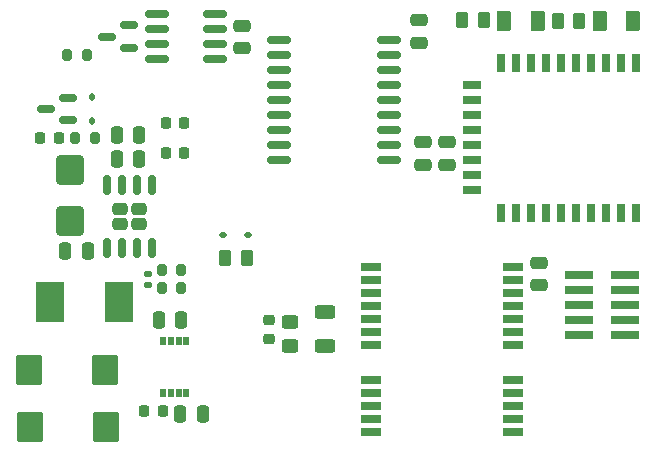
<source format=gbr>
%TF.GenerationSoftware,KiCad,Pcbnew,7.0.6-7.0.6~ubuntu23.04.1*%
%TF.CreationDate,2023-07-25T15:56:09+03:00*%
%TF.ProjectId,nrf52840_dev,6e726635-3238-4343-905f-6465762e6b69,rev?*%
%TF.SameCoordinates,Original*%
%TF.FileFunction,Paste,Top*%
%TF.FilePolarity,Positive*%
%FSLAX46Y46*%
G04 Gerber Fmt 4.6, Leading zero omitted, Abs format (unit mm)*
G04 Created by KiCad (PCBNEW 7.0.6-7.0.6~ubuntu23.04.1) date 2023-07-25 15:56:09*
%MOMM*%
%LPD*%
G01*
G04 APERTURE LIST*
G04 Aperture macros list*
%AMRoundRect*
0 Rectangle with rounded corners*
0 $1 Rounding radius*
0 $2 $3 $4 $5 $6 $7 $8 $9 X,Y pos of 4 corners*
0 Add a 4 corners polygon primitive as box body*
4,1,4,$2,$3,$4,$5,$6,$7,$8,$9,$2,$3,0*
0 Add four circle primitives for the rounded corners*
1,1,$1+$1,$2,$3*
1,1,$1+$1,$4,$5*
1,1,$1+$1,$6,$7*
1,1,$1+$1,$8,$9*
0 Add four rect primitives between the rounded corners*
20,1,$1+$1,$2,$3,$4,$5,0*
20,1,$1+$1,$4,$5,$6,$7,0*
20,1,$1+$1,$6,$7,$8,$9,0*
20,1,$1+$1,$8,$9,$2,$3,0*%
G04 Aperture macros list end*
%ADD10RoundRect,0.250000X-0.475000X0.250000X-0.475000X-0.250000X0.475000X-0.250000X0.475000X0.250000X0*%
%ADD11RoundRect,0.225000X0.225000X0.250000X-0.225000X0.250000X-0.225000X-0.250000X0.225000X-0.250000X0*%
%ADD12R,0.800000X1.500000*%
%ADD13R,1.500000X0.800000*%
%ADD14RoundRect,0.250000X-0.375000X-0.625000X0.375000X-0.625000X0.375000X0.625000X-0.375000X0.625000X0*%
%ADD15RoundRect,0.200000X-0.200000X-0.275000X0.200000X-0.275000X0.200000X0.275000X-0.200000X0.275000X0*%
%ADD16R,0.480000X0.800000*%
%ADD17R,2.400000X0.740000*%
%ADD18RoundRect,0.250000X-0.625000X0.312500X-0.625000X-0.312500X0.625000X-0.312500X0.625000X0.312500X0*%
%ADD19RoundRect,0.250000X0.395000X-0.255000X0.395000X0.255000X-0.395000X0.255000X-0.395000X-0.255000X0*%
%ADD20RoundRect,0.150000X0.150000X-0.662500X0.150000X0.662500X-0.150000X0.662500X-0.150000X-0.662500X0*%
%ADD21RoundRect,0.250000X0.250000X0.475000X-0.250000X0.475000X-0.250000X-0.475000X0.250000X-0.475000X0*%
%ADD22RoundRect,0.112500X0.187500X0.112500X-0.187500X0.112500X-0.187500X-0.112500X0.187500X-0.112500X0*%
%ADD23RoundRect,0.250000X0.875000X1.025000X-0.875000X1.025000X-0.875000X-1.025000X0.875000X-1.025000X0*%
%ADD24RoundRect,0.250000X0.475000X-0.250000X0.475000X0.250000X-0.475000X0.250000X-0.475000X-0.250000X0*%
%ADD25RoundRect,0.250000X0.450000X-0.325000X0.450000X0.325000X-0.450000X0.325000X-0.450000X-0.325000X0*%
%ADD26RoundRect,0.250000X-0.250000X-0.475000X0.250000X-0.475000X0.250000X0.475000X-0.250000X0.475000X0*%
%ADD27RoundRect,0.150000X0.825000X0.150000X-0.825000X0.150000X-0.825000X-0.150000X0.825000X-0.150000X0*%
%ADD28RoundRect,0.225000X-0.250000X0.225000X-0.250000X-0.225000X0.250000X-0.225000X0.250000X0.225000X0*%
%ADD29RoundRect,0.250000X0.262500X0.450000X-0.262500X0.450000X-0.262500X-0.450000X0.262500X-0.450000X0*%
%ADD30R,2.413000X3.429000*%
%ADD31RoundRect,0.150000X0.587500X0.150000X-0.587500X0.150000X-0.587500X-0.150000X0.587500X-0.150000X0*%
%ADD32RoundRect,0.112500X-0.112500X0.187500X-0.112500X-0.187500X0.112500X-0.187500X0.112500X0.187500X0*%
%ADD33RoundRect,0.140000X0.170000X-0.140000X0.170000X0.140000X-0.170000X0.140000X-0.170000X-0.140000X0*%
%ADD34RoundRect,0.250000X-0.900000X1.000000X-0.900000X-1.000000X0.900000X-1.000000X0.900000X1.000000X0*%
%ADD35RoundRect,0.150000X-0.875000X-0.150000X0.875000X-0.150000X0.875000X0.150000X-0.875000X0.150000X0*%
%ADD36R,1.800000X0.750000*%
G04 APERTURE END LIST*
D10*
%TO.C,C2*%
X161670000Y-91850000D03*
X161670000Y-93750000D03*
%TD*%
D11*
%TO.C,C3*%
X139435000Y-92740000D03*
X137885000Y-92740000D03*
%TD*%
D12*
%TO.C,U1*%
X177695000Y-85111000D03*
X176425000Y-85111000D03*
X175155000Y-85111000D03*
X173885000Y-85111000D03*
X172615000Y-85111000D03*
X171345000Y-85111000D03*
X170075000Y-85111000D03*
X168805000Y-85111000D03*
X167535000Y-85111000D03*
X166265000Y-85111000D03*
D13*
X163796000Y-87010000D03*
X163796000Y-88280000D03*
X163796000Y-89550000D03*
X163796000Y-90820000D03*
X163796000Y-92090000D03*
X163796000Y-93360000D03*
X163796000Y-94630000D03*
X163796000Y-95900000D03*
D12*
X166265000Y-97849000D03*
X167535000Y-97849000D03*
X168805000Y-97849000D03*
X170075000Y-97849000D03*
X171345000Y-97849000D03*
X172615000Y-97849000D03*
X173885000Y-97849000D03*
X175155000Y-97849000D03*
X176425000Y-97849000D03*
X177695000Y-97849000D03*
%TD*%
D14*
%TO.C,D1*%
X166550000Y-81530000D03*
X169350000Y-81530000D03*
%TD*%
D11*
%TO.C,C20*%
X137605000Y-114580000D03*
X136055000Y-114580000D03*
%TD*%
D14*
%TO.C,D2*%
X174600000Y-81550000D03*
X177400000Y-81550000D03*
%TD*%
D15*
%TO.C,R3*%
X129540000Y-84460000D03*
X131190000Y-84460000D03*
%TD*%
D16*
%TO.C,U4*%
X139625000Y-108645000D03*
X138975000Y-108645000D03*
X138325000Y-108645000D03*
X137675000Y-108645000D03*
X137675000Y-113095000D03*
X138325000Y-113095000D03*
X138975000Y-113095000D03*
X139625000Y-113095000D03*
%TD*%
D17*
%TO.C,J3*%
X172880000Y-103040000D03*
X176780000Y-103040000D03*
X172880000Y-104310000D03*
X176780000Y-104310000D03*
X172880000Y-105580000D03*
X176780000Y-105580000D03*
X172880000Y-106850000D03*
X176780000Y-106850000D03*
X172880000Y-108120000D03*
X176780000Y-108120000D03*
%TD*%
D18*
%TO.C,R40*%
X151360000Y-106170000D03*
X151360000Y-109095000D03*
%TD*%
D19*
%TO.C,U3*%
X134027500Y-98742500D03*
X135627500Y-98742500D03*
X134027500Y-97482500D03*
X135627500Y-97482500D03*
D20*
X132922500Y-100750000D03*
X134192500Y-100750000D03*
X135462500Y-100750000D03*
X136732500Y-100750000D03*
X136732500Y-95475000D03*
X135462500Y-95475000D03*
X134192500Y-95475000D03*
X132922500Y-95475000D03*
%TD*%
D15*
%TO.C,R28*%
X137525000Y-104180000D03*
X139175000Y-104180000D03*
%TD*%
D21*
%TO.C,C14*%
X131250000Y-101030000D03*
X129350000Y-101030000D03*
%TD*%
D22*
%TO.C,D4*%
X144850000Y-99655000D03*
X142750000Y-99655000D03*
%TD*%
D11*
%TO.C,C4*%
X139455000Y-90240000D03*
X137905000Y-90240000D03*
%TD*%
D10*
%TO.C,C6*%
X144370000Y-81950000D03*
X144370000Y-83850000D03*
%TD*%
D23*
%TO.C,C16*%
X132690000Y-111090000D03*
X126290000Y-111090000D03*
%TD*%
D24*
%TO.C,C49*%
X169450000Y-103950000D03*
X169450000Y-102050000D03*
%TD*%
D11*
%TO.C,C11*%
X128810000Y-91510000D03*
X127260000Y-91510000D03*
%TD*%
D25*
%TO.C,L2*%
X148390000Y-109090000D03*
X148390000Y-107040000D03*
%TD*%
D26*
%TO.C,C12*%
X133722500Y-91230000D03*
X135622500Y-91230000D03*
%TD*%
D27*
%TO.C,U5*%
X142070000Y-84800000D03*
X142070000Y-83530000D03*
X142070000Y-82260000D03*
X142070000Y-80990000D03*
X137120000Y-80990000D03*
X137120000Y-82260000D03*
X137120000Y-83530000D03*
X137120000Y-84800000D03*
%TD*%
D28*
%TO.C,C40*%
X146640000Y-106910000D03*
X146640000Y-108460000D03*
%TD*%
D10*
%TO.C,C1*%
X159650000Y-91850000D03*
X159650000Y-93750000D03*
%TD*%
D29*
%TO.C,R4*%
X144725000Y-101625000D03*
X142900000Y-101625000D03*
%TD*%
D30*
%TO.C,L1*%
X128055000Y-105340000D03*
X133890000Y-105340000D03*
%TD*%
D29*
%TO.C,R2*%
X172892500Y-81550000D03*
X171067500Y-81550000D03*
%TD*%
D31*
%TO.C,D3*%
X134790000Y-83840000D03*
X134790000Y-81940000D03*
X132915000Y-82890000D03*
%TD*%
D15*
%TO.C,R29*%
X137535000Y-102630000D03*
X139185000Y-102630000D03*
%TD*%
D29*
%TO.C,R1*%
X164782500Y-81440000D03*
X162957500Y-81440000D03*
%TD*%
D32*
%TO.C,D18*%
X131620000Y-87970000D03*
X131620000Y-90070000D03*
%TD*%
D33*
%TO.C,C15*%
X136340000Y-103920000D03*
X136340000Y-102960000D03*
%TD*%
D23*
%TO.C,C17*%
X132790000Y-115950000D03*
X126390000Y-115950000D03*
%TD*%
D26*
%TO.C,C13*%
X133722500Y-93260000D03*
X135622500Y-93260000D03*
%TD*%
D34*
%TO.C,D19*%
X129772500Y-94190000D03*
X129772500Y-98490000D03*
%TD*%
D15*
%TO.C,R27*%
X130210000Y-91470000D03*
X131860000Y-91470000D03*
%TD*%
D35*
%TO.C,U2*%
X147440000Y-83190000D03*
X147440000Y-84460000D03*
X147440000Y-85730000D03*
X147440000Y-87000000D03*
X147440000Y-88270000D03*
X147440000Y-89540000D03*
X147440000Y-90810000D03*
X147440000Y-92080000D03*
X147440000Y-93350000D03*
X156740000Y-93350000D03*
X156740000Y-92080000D03*
X156740000Y-90810000D03*
X156740000Y-89540000D03*
X156740000Y-88270000D03*
X156740000Y-87000000D03*
X156740000Y-85730000D03*
X156740000Y-84460000D03*
X156740000Y-83190000D03*
%TD*%
D24*
%TO.C,C5*%
X159300000Y-83410000D03*
X159300000Y-81510000D03*
%TD*%
D26*
%TO.C,C19*%
X139120000Y-114810000D03*
X141020000Y-114810000D03*
%TD*%
D31*
%TO.C,Q5*%
X129615000Y-89960000D03*
X129615000Y-88060000D03*
X127740000Y-89010000D03*
%TD*%
D21*
%TO.C,C18*%
X139190000Y-106920000D03*
X137290000Y-106920000D03*
%TD*%
D36*
%TO.C,U17*%
X155250000Y-102380000D03*
X155250000Y-103480000D03*
X155250000Y-104580000D03*
X155250000Y-105680000D03*
X155250000Y-106780000D03*
X155250000Y-107880000D03*
X155250000Y-108980000D03*
X155250000Y-111980000D03*
X155250000Y-113080000D03*
X155250000Y-114180000D03*
X155250000Y-115280000D03*
X155250000Y-116380000D03*
X167250000Y-116380000D03*
X167250000Y-115280000D03*
X167250000Y-114180000D03*
X167250000Y-113080000D03*
X167250000Y-111980000D03*
X167250000Y-108980000D03*
X167250000Y-107880000D03*
X167250000Y-106780000D03*
X167250000Y-105680000D03*
X167250000Y-104580000D03*
X167250000Y-103480000D03*
X167250000Y-102380000D03*
%TD*%
M02*

</source>
